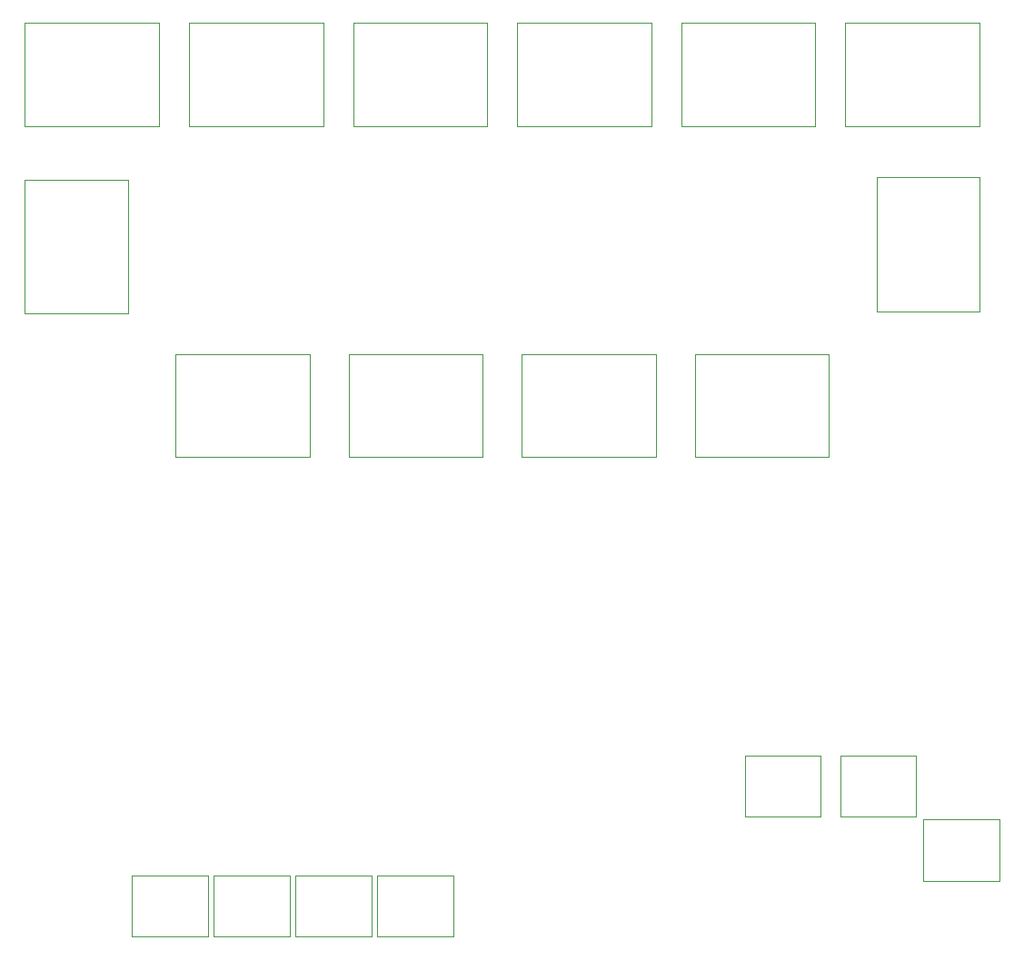
<source format=gbr>
%TF.GenerationSoftware,Altium Limited,Altium Designer,21.8.1 (53)*%
G04 Layer_Color=32768*
%FSLAX43Y43*%
%MOMM*%
%TF.SameCoordinates,048A42BD-2BC6-4B9E-88CB-C2FB4D5E15D7*%
%TF.FilePolarity,Positive*%
%TF.FileFunction,Other,Mechanical_15*%
%TF.Part,Single*%
G01*
G75*
%TA.AperFunction,NonConductor*%
%ADD31C,0.100*%
D31*
X79470Y79702D02*
Y89302D01*
Y79702D02*
X91970D01*
Y89302D01*
X79470D02*
X91970D01*
X64182Y79702D02*
Y89302D01*
Y79702D02*
X76682D01*
Y89302D01*
X64182D02*
X76682D01*
X48894Y79702D02*
Y89302D01*
Y79702D02*
X61394D01*
Y89302D01*
X48894D02*
X61394D01*
X33606Y79702D02*
Y89302D01*
Y79702D02*
X46106D01*
Y89302D01*
X33606D02*
X46106D01*
X18318Y79702D02*
Y89302D01*
Y79702D02*
X30818D01*
Y89302D01*
X18318D02*
X30818D01*
X3030Y79702D02*
Y89302D01*
Y79702D02*
X15530D01*
Y89302D01*
X3030D02*
X15530D01*
X3030Y62218D02*
X12630D01*
Y74718D01*
X3030D02*
X12630D01*
X3030Y62218D02*
Y74718D01*
X82370Y74908D02*
X91970D01*
X82370Y62408D02*
Y74908D01*
Y62408D02*
X91970D01*
Y74908D01*
X86747Y15042D02*
X93847D01*
Y9342D02*
Y15042D01*
X86747Y9342D02*
X93847D01*
X86747D02*
Y15042D01*
X78984Y21011D02*
X86084D01*
Y15311D02*
Y21011D01*
X78984Y15311D02*
X86084D01*
X78984D02*
Y21011D01*
X65443Y58424D02*
X77943D01*
Y48824D02*
Y58424D01*
X65443Y48824D02*
X77943D01*
X65443D02*
Y58424D01*
X49314D02*
X61814D01*
Y48824D02*
Y58424D01*
X49314Y48824D02*
X61814D01*
X49314D02*
Y58424D01*
X33185D02*
X45685D01*
Y48824D02*
Y58424D01*
X33185Y48824D02*
X45685D01*
X33185D02*
Y58424D01*
X17056D02*
X29556D01*
Y48824D02*
Y58424D01*
X17056Y48824D02*
X29556D01*
X17056D02*
Y58424D01*
X12960Y9835D02*
X20060D01*
Y4135D02*
Y9835D01*
X12960Y4135D02*
X20060D01*
X12960D02*
Y9835D01*
X20580D02*
X27680D01*
Y4135D02*
Y9835D01*
X20580Y4135D02*
X27680D01*
X20580D02*
Y9835D01*
X28200D02*
X35300D01*
Y4135D02*
Y9835D01*
X28200Y4135D02*
X35300D01*
X28200D02*
Y9835D01*
X35820D02*
X42920D01*
Y4135D02*
Y9835D01*
X35820Y4135D02*
X42920D01*
X35820D02*
Y9835D01*
X70094Y21011D02*
X77194D01*
Y15311D02*
Y21011D01*
X70094Y15311D02*
X77194D01*
X70094D02*
Y21011D01*
%TF.MD5,4ff814e0ce4ec60451fe501c3ce6d51d*%
M02*

</source>
